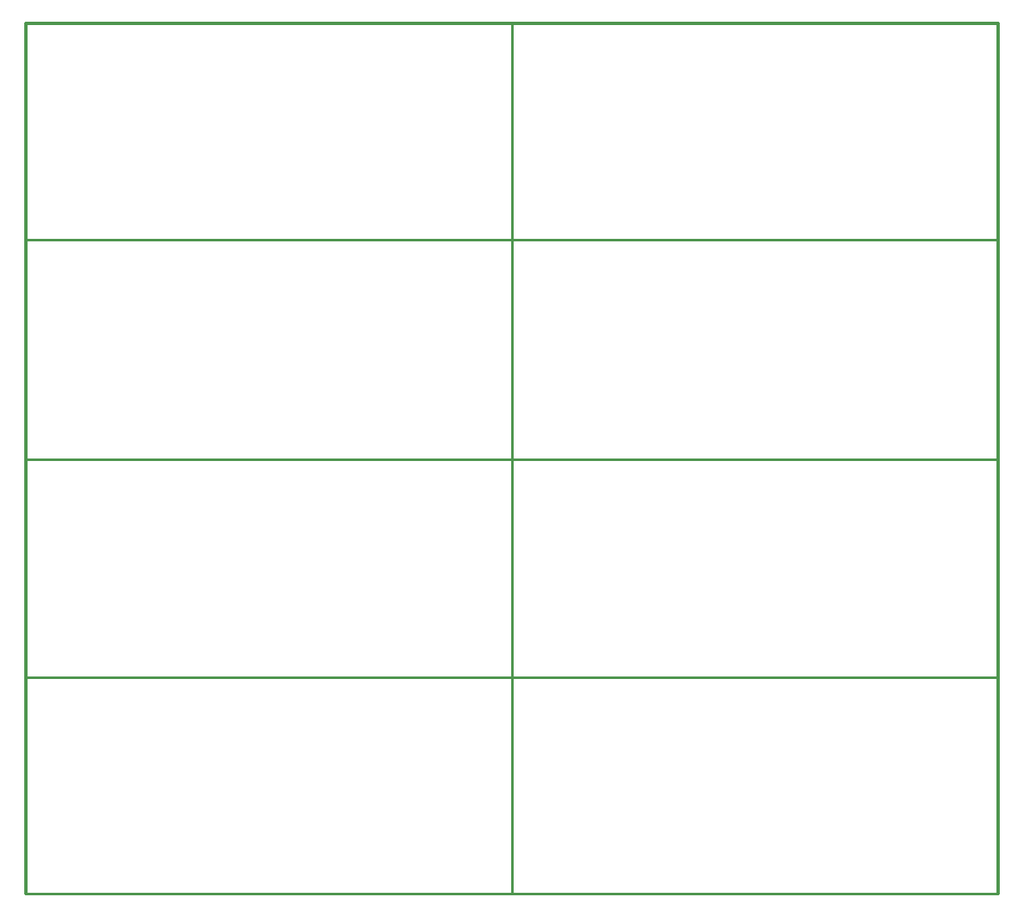
<source format=gm1>
%FSLAX25Y25*%
%MOIN*%
G70*
G01*
G75*
G04 Layer_Color=16711935*
%ADD10O,0.02362X0.09055*%
%ADD11R,0.02756X0.03543*%
%ADD12O,0.01969X0.06299*%
%ADD13R,0.03150X0.03543*%
%ADD14R,0.06693X0.02953*%
%ADD15O,0.07087X0.02362*%
%ADD16R,0.03543X0.02756*%
%ADD17R,0.03543X0.03150*%
%ADD18O,0.06299X0.01969*%
%ADD19C,0.02000*%
%ADD20C,0.01000*%
%ADD21C,0.07874*%
%ADD22O,0.03937X0.05906*%
%ADD23C,0.04724*%
%ADD24O,0.05906X0.03937*%
%ADD25C,0.05000*%
%ADD26C,0.00984*%
%ADD27C,0.02362*%
%ADD28C,0.00787*%
%ADD29C,0.00600*%
%ADD30O,0.02762X0.09455*%
%ADD31R,0.03156X0.03943*%
%ADD32O,0.02369X0.06699*%
%ADD33R,0.03550X0.03943*%
%ADD34R,0.07093X0.03353*%
%ADD35O,0.07487X0.02762*%
%ADD36R,0.03943X0.03156*%
%ADD37R,0.03943X0.03550*%
%ADD38O,0.06699X0.02369*%
%ADD39C,0.08274*%
%ADD40O,0.04337X0.06306*%
%ADD41C,0.05124*%
%ADD42O,0.06306X0.04337*%
%ADD43C,0.05400*%
%ADD44C,0.01181*%
D20*
X0Y173500D02*
X387500D01*
X0Y261000D02*
X387500D01*
X194000Y0D02*
Y347000D01*
X0Y86500D02*
X387500D01*
X0Y0D02*
X388000D01*
D44*
X0Y347500D02*
X388000D01*
X0Y0D02*
Y347500D01*
X388000Y0D02*
Y347500D01*
M02*

</source>
